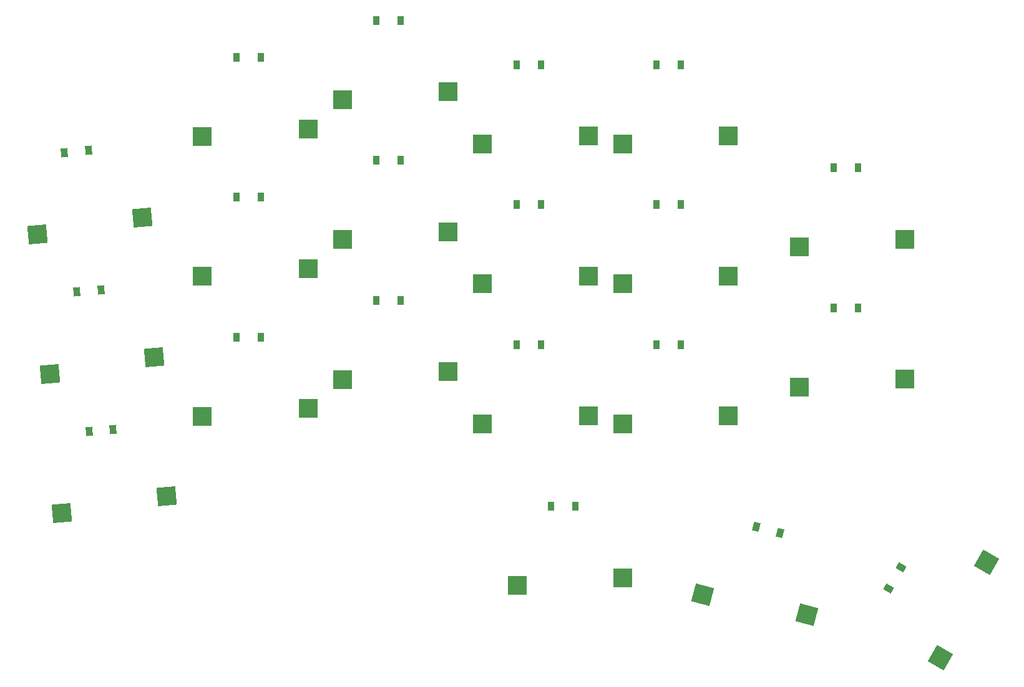
<source format=gbr>
%TF.GenerationSoftware,KiCad,Pcbnew,8.0.0*%
%TF.CreationDate,2024-03-16T23:28:16+01:00*%
%TF.ProjectId,cornish-v1,636f726e-6973-4682-9d76-312e6b696361,v1.0.0*%
%TF.SameCoordinates,Original*%
%TF.FileFunction,Paste,Bot*%
%TF.FilePolarity,Positive*%
%FSLAX46Y46*%
G04 Gerber Fmt 4.6, Leading zero omitted, Abs format (unit mm)*
G04 Created by KiCad (PCBNEW 8.0.0) date 2024-03-16 23:28:16*
%MOMM*%
%LPD*%
G01*
G04 APERTURE LIST*
G04 Aperture macros list*
%AMRotRect*
0 Rectangle, with rotation*
0 The origin of the aperture is its center*
0 $1 length*
0 $2 width*
0 $3 Rotation angle, in degrees counterclockwise*
0 Add horizontal line*
21,1,$1,$2,0,0,$3*%
G04 Aperture macros list end*
%ADD10R,0.900000X1.200000*%
%ADD11RotRect,0.900000X1.200000X5.000000*%
%ADD12R,2.550000X2.500000*%
%ADD13RotRect,0.900000X1.200000X60.000000*%
%ADD14RotRect,2.550000X2.500000X5.000000*%
%ADD15RotRect,2.550000X2.500000X345.000000*%
%ADD16RotRect,0.900000X1.200000X345.000000*%
%ADD17RotRect,2.550000X2.500000X60.000000*%
G04 APERTURE END LIST*
D10*
%TO.C,D19*%
X242956796Y-134301108D03*
X246256796Y-134301108D03*
%TD*%
%TO.C,D10*%
X199956795Y-139301109D03*
X203256795Y-139301109D03*
%TD*%
D11*
%TO.C,D1*%
X141943842Y-151100669D03*
X145231284Y-150813055D03*
%TD*%
D10*
%TO.C,D11*%
X199956795Y-120301109D03*
X203256795Y-120301109D03*
%TD*%
D12*
%TO.C,S10*%
X195336795Y-150051109D03*
X209676795Y-149001109D03*
%TD*%
%TO.C,S4*%
X157336796Y-149051108D03*
X171676796Y-148001108D03*
%TD*%
D13*
%TO.C,D18*%
X250463551Y-172433511D03*
X252113551Y-169575627D03*
%TD*%
D12*
%TO.C,S11*%
X195336795Y-131051109D03*
X209676795Y-130001109D03*
%TD*%
D10*
%TO.C,D13*%
X218956795Y-139301109D03*
X222256795Y-139301109D03*
%TD*%
D14*
%TO.C,S3*%
X134966428Y-124357023D03*
X149160347Y-122061205D03*
%TD*%
D12*
%TO.C,S12*%
X195336795Y-112051109D03*
X209676795Y-111001109D03*
%TD*%
D10*
%TO.C,D20*%
X242956796Y-115301108D03*
X246256796Y-115301108D03*
%TD*%
D12*
%TO.C,S13*%
X214336795Y-150051109D03*
X228676795Y-149001109D03*
%TD*%
D10*
%TO.C,D15*%
X218956795Y-101301109D03*
X222256795Y-101301109D03*
%TD*%
D12*
%TO.C,S19*%
X238336795Y-145051109D03*
X252676795Y-144001109D03*
%TD*%
D10*
%TO.C,D7*%
X180956795Y-133301108D03*
X184256795Y-133301108D03*
%TD*%
%TO.C,D12*%
X199956795Y-101301109D03*
X203256795Y-101301109D03*
%TD*%
D14*
%TO.C,S2*%
X136622387Y-143284723D03*
X150816306Y-140988905D03*
%TD*%
D15*
%TO.C,S17*%
X225230819Y-173268864D03*
X239353955Y-175966107D03*
%TD*%
D10*
%TO.C,D14*%
X218956795Y-120301109D03*
X222256795Y-120301109D03*
%TD*%
D12*
%TO.C,S16*%
X200036795Y-172051109D03*
X214376795Y-171001109D03*
%TD*%
D10*
%TO.C,D6*%
X161956796Y-100301108D03*
X165256796Y-100301108D03*
%TD*%
D12*
%TO.C,S7*%
X176336796Y-144051108D03*
X190676796Y-143001108D03*
%TD*%
%TO.C,S20*%
X238336795Y-126051109D03*
X252676795Y-125001109D03*
%TD*%
D10*
%TO.C,D16*%
X204656795Y-161301109D03*
X207956795Y-161301109D03*
%TD*%
D16*
%TO.C,D17*%
X232475700Y-164080906D03*
X235663256Y-164935010D03*
%TD*%
D11*
%TO.C,D2*%
X140287883Y-132172970D03*
X143575325Y-131885356D03*
%TD*%
D10*
%TO.C,D9*%
X180956795Y-95301108D03*
X184256795Y-95301108D03*
%TD*%
D11*
%TO.C,D3*%
X138631925Y-113245271D03*
X141919367Y-112957657D03*
%TD*%
D17*
%TO.C,S18*%
X257463325Y-181809548D03*
X263723998Y-168865743D03*
%TD*%
D10*
%TO.C,D8*%
X180956795Y-114301108D03*
X184256795Y-114301108D03*
%TD*%
%TO.C,D4*%
X161956796Y-138301108D03*
X165256796Y-138301108D03*
%TD*%
%TO.C,D5*%
X161956796Y-119301108D03*
X165256796Y-119301108D03*
%TD*%
D12*
%TO.C,S15*%
X214336795Y-112051109D03*
X228676795Y-111001109D03*
%TD*%
%TO.C,S8*%
X176336796Y-125051108D03*
X190676796Y-124001108D03*
%TD*%
%TO.C,S6*%
X157336795Y-111051109D03*
X171676795Y-110001109D03*
%TD*%
D14*
%TO.C,S1*%
X138278346Y-162212421D03*
X152472265Y-159916603D03*
%TD*%
D12*
%TO.C,S5*%
X157336796Y-130051108D03*
X171676796Y-129001108D03*
%TD*%
%TO.C,S9*%
X176336796Y-106051108D03*
X190676796Y-105001108D03*
%TD*%
%TO.C,S14*%
X214336795Y-131051109D03*
X228676795Y-130001109D03*
%TD*%
M02*

</source>
